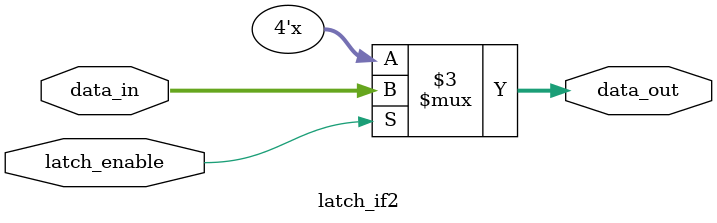
<source format=v>
module latch_if2 (data_out, data_in, latch_enable);
  output	[3: 0] 	data_out; 
  input 	[3: 0] 	data_in;
  input 		latch_enable;
  reg 	[3: 0] 	data_out;
 
  always @  (latch_enable or data_in)
    if (latch_enable) data_out = data_in;	// Incompletely specified	
endmodule


</source>
